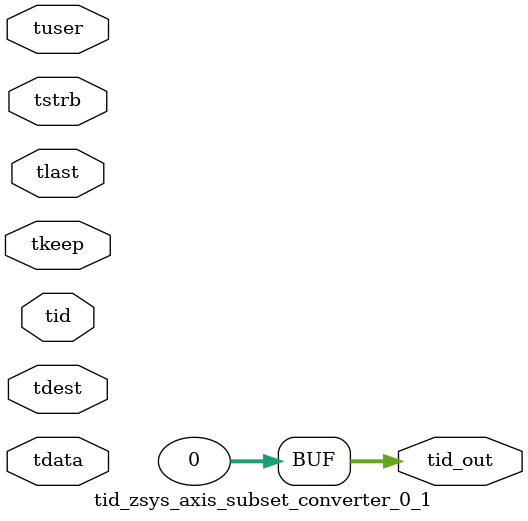
<source format=v>


`timescale 1ps/1ps

module tid_zsys_axis_subset_converter_0_1 #
(
parameter C_S_AXIS_TID_WIDTH   = 1,
parameter C_S_AXIS_TUSER_WIDTH = 0,
parameter C_S_AXIS_TDATA_WIDTH = 0,
parameter C_S_AXIS_TDEST_WIDTH = 0,
parameter C_M_AXIS_TID_WIDTH   = 32
)
(
input  [(C_S_AXIS_TID_WIDTH   == 0 ? 1 : C_S_AXIS_TID_WIDTH)-1:0       ] tid,
input  [(C_S_AXIS_TDATA_WIDTH == 0 ? 1 : C_S_AXIS_TDATA_WIDTH)-1:0     ] tdata,
input  [(C_S_AXIS_TUSER_WIDTH == 0 ? 1 : C_S_AXIS_TUSER_WIDTH)-1:0     ] tuser,
input  [(C_S_AXIS_TDEST_WIDTH == 0 ? 1 : C_S_AXIS_TDEST_WIDTH)-1:0     ] tdest,
input  [(C_S_AXIS_TDATA_WIDTH/8)-1:0 ] tkeep,
input  [(C_S_AXIS_TDATA_WIDTH/8)-1:0 ] tstrb,
input                                                                    tlast,
output [(C_M_AXIS_TID_WIDTH   == 0 ? 1 : C_M_AXIS_TID_WIDTH)-1:0       ] tid_out
);

assign tid_out = {1'b0};

endmodule


</source>
